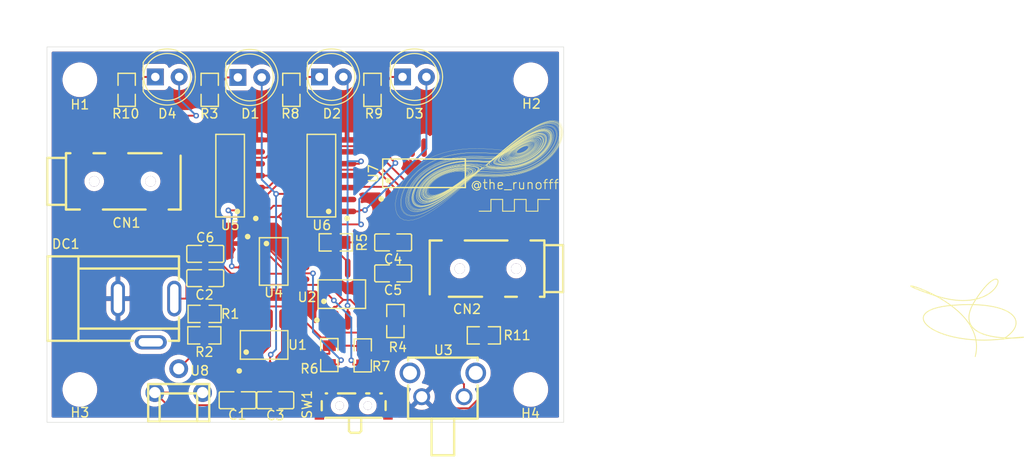
<source format=kicad_pcb>
(kicad_pcb (version 20241229) (generator "pcbnew") (generator_version "9.0")
  (layers (0 "F.Cu" signal) (2 "B.Cu" signal) (13 "F.Paste" user) (15 "B.Paste" user) (5 "F.SilkS" user "F.Silkscreen") (7 "B.SilkS" user "B.Silkscreen") (1 "F.Mask" user) (3 "B.Mask" user) (25 "Edge.Cuts" user))
  (net 0 "")
  (net 2 "Net-(D1-K)")
  (net 3 "out")
  (net 4 "+5V")
  (net 6 "GND")
  (net 7 "dis")
  (net 8 "button")
  (net 9 "dis2")
  (net 10 "twosix")
  (net 11 "five")
  (net 12 "five2")
  (net 15 "Net-(D2-K)")
  (net 16 "out2")
  (net 17 "Net-(D3-K)")
  (net 18 "out3")
  (net 19 "switch")
  (net 20 "switch2")
  (net 25 "five3")
  (net 26 "realout")
  (net 27 "Net-(D4-K)")
  (net 29 "haltbar")
  (net 34 "halt")
  (net 36 "not1")
  (net 37 "and1")
  (net 38 "or1")
  (net 39 "and2")
  (net 53 "Net-(CN2-Pad5)")
  (net 54 "Net-(R2-Pad2)")
  (footprint "easyeda2kicad:R0805" (layer "F.Cu") (at 46.498 30.734)
    (property "Reference" "R11")
    (property "Value" "1k")
  )
  (footprint "easyeda2kicad:R0805" (layer "F.Cu") (at 26.0096 4.572 -90)
    (property "Reference" "R8")
    (property "Value" "220")
  )
  (footprint "easyeda2kicad:C0805" (layer "F.Cu") (at 16.8441 24.638 180)
    (property "Reference" "C2")
    (property "Value" ".1uF")
  )
  (footprint "easyeda2kicad:SOP-14_L8.6-W3.9-P1.27-LS6.0-BL" (layer "F.Cu") (at 40.132 13.462)
    (property "Reference" "U7")
    (property "Value" "XL74LS32")
  )
  (footprint "easyeda2kicad:C0805" (layer "F.Cu") (at 36.846 24.13 180)
    (property "Reference" "C5")
    (property "Value" ".01uF")
  )
  (footprint "LED_THT:LED_D5.0mm" (layer "F.Cu") (at 29.0068 3.2004)
    (property "Reference" "D2")
    (property "Value" "LED")
  )
  (footprint "easyeda2kicad:R0805" (layer "F.Cu") (at 17.3228 4.572 -90)
    (property "Reference" "R3")
    (property "Value" "220")
  )
  (footprint "MountingHole:MountingHole_3.2mm_M3" (layer "F.Cu") (at 3.5 3.5)
    (property "Reference" "H1")
    (property "Value" "MountingHole")
  )
  (footprint "easyeda2kicad:SOIC-8_L4.9-W3.9-P1.27-LS6.0-BL" (layer "F.Cu") (at 24.13 22.86 -90)
    (property "Reference" "U4")
    (property "Value" "NE555D")
  )
  (footprint "LED_THT:LED_D5.0mm" (layer "F.Cu") (at 20.32 3.2512)
    (property "Reference" "D1")
    (property "Value" "LED")
  )
  (footprint "easyeda2kicad:R0805" (layer "F.Cu") (at 34.6456 4.572 -90)
    (property "Reference" "R9")
    (property "Value" "220")
  )
  (footprint "LED_THT:LED_D5.0mm" (layer "F.Cu") (at 37.846 3.2004)
    (property "Reference" "D3")
    (property "Value" "LED")
  )
  (footprint "easyeda2kicad:SOIC-8_L4.9-W3.9-P1.27-LS6.0-BL" (layer "F.Cu") (at 23.114 31.75)
    (property "Reference" "U1")
    (property "Value" "NE555D")
  )
  (footprint "easyeda2kicad:C0805" (layer "F.Cu") (at 36.846 20.828 180)
    (property "Reference" "C4")
    (property "Value" ".1uF")
  )
  (footprint "easyeda2kicad:C0805" (layer "F.Cu") (at 16.8441 22.0472 180)
    (property "Reference" "C6")
    (property "Value" ".01uF")
  )
  (footprint "MountingHole:MountingHole_3.2mm_M3" (layer "F.Cu") (at 51.5 3.5)
    (property "Reference" "H2")
    (property "Value" "MountingHole")
  )
  (footprint "easyeda2kicad:R0805" (layer "F.Cu") (at 33.609 32.8676 90)
    (property "Reference" "R7")
    (property "Value" "1k")
  )
  (footprint "easyeda2kicad:R0805" (layer "F.Cu") (at 30.734 20.828)
    (property "Reference" "R5")
    (property "Value" "1M")
  )
  (footprint "easyeda2kicad:KEY-TH_PTS645VXX83XLFS" (layer "F.Cu") (at 42.1356 36.0032)
    (property "Reference" "U3")
    (property "Value" "TC-6615-9.0-160G")
  )
  (footprint "easyeda2kicad:SOIC-8_L4.9-W3.9-P1.27-LS6.0-BL" (layer "F.Cu") (at 31.3802 26.3398)
    (property "Reference" "U2")
    (property "Value" "NE555D")
  )
  (footprint "easyeda2kicad:SOP-14_L8.6-W3.9-P1.27-LS6.0-BL" (layer "F.Cu") (at 19.494 13.716 90)
    (property "Reference" "U5")
    (property "Value" "XL74LS04")
  )
  (footprint "easyeda2kicad:DC-IN-TH_DC-005-A200" (layer "F.Cu") (at 10.5495 29.143)
    (property "Reference" "DC1")
    (property "Value" "DC-005-A200")
  )
  (footprint "easyeda2kicad:R0805" (layer "F.Cu") (at 37.084 29.21 90)
    (property "Reference" "R4")
    (property "Value" "1k")
  )
  (footprint "easyeda2kicad:RES-ADJ-TH_RM063-103" (layer "F.Cu") (at 14.0208 35.56)
    (property "Reference" "U8")
    (property "Value" "RM063-105(1M)")
  )
  (footprint "easyeda2kicad:AUDIO-SMD_PJ-327A5JJ" (layer "F.Cu") (at 46.3903 23.622 -90)
    (property "Reference" "CN2")
    (property "Value" "PJ-327A 5JJ")
  )
  (footprint "easyeda2kicad:C0805" (layer "F.Cu") (at 24.3039 37.6428)
    (property "Reference" "C3")
    (property "Value" ".01uF")
  )
  (footprint "easyeda2kicad:R0805" (layer "F.Cu") (at 16.78 28.448 180)
    (property "Reference" "R1")
    (property "Value" "1k")
  )
  (footprint "easyeda2kicad:R0805" (layer "F.Cu") (at 16.748 30.734 180)
    (property "Reference" "R2")
    (property "Value" "1k")
  )
  (footprint "easyeda2kicad:R0805" (layer "F.Cu") (at 30.053 32.8328 90)
    (property "Reference" "R6")
    (property "Value" "1k")
  )
  (footprint "easyeda2kicad:C0805" (layer "F.Cu") (at 20.2907 37.6428)
    (property "Reference" "C1")
    (property "Value" "1uF")
  )
  (footprint "easyeda2kicad:R0805" (layer "F.Cu") (at 8.4836 4.572 -90)
    (property "Reference" "R10")
    (property "Value" "220")
  )
  (footprint "LED_THT:LED_D5.0mm" (layer "F.Cu") (at 11.5316 3.2004)
    (property "Reference" "D4")
    (property "Value" "LED")
  )
  (footprint "MountingHole:MountingHole_3.2mm_M3" (layer "F.Cu") (at 51.5 36.5)
    (property "Reference" "H4")
    (property "Value" "MountingHole")
  )
  (footprint "art:Untitled" (layer "F.Cu") (at 45.974 12.954 180)
    (property "Reference" "REF**" (hide yes))
    (property "Value" "Untitled" (hide yes))
  )
  (footprint "easyeda2kicad:AUDIO-SMD_PJ-327A5JJ" (layer "F.Cu") (at 8.5753 14.3256 90)
    (property "Reference" "CN1")
    (property "Value" "PJ-327A 5JJ")
  )
  (footprint "easyeda2kicad:SW-SMD_SSSS811101" (layer "F.Cu") (at 32.6438 37.7665)
    (property "Reference" "SW1")
    (property "Value" "SSSS811101")
  )
  (footprint "easyeda2kicad:SOP-14_L8.6-W3.9-P1.27-LS6.0-BL" (layer "F.Cu") (at 29.21 13.716 90)
    (property "Reference" "U6")
    (property "Value" "XL74LS08")
  )
  (footprint "MountingHole:MountingHole_3.2mm_M3" (layer "F.Cu") (at 3.5 36.5)
    (property "Reference" "H3")
    (property "Value" "MountingHole")
  )
  (gr_curve (pts (xy 101.7972 31.1148) (xy 94.4312 31.9784) (xy 89.9354 28.0668) (xy 96.3362 27.5334)) (stroke (width 0.1)) (layer "F.SilkS"))
  (gr_line (start 46 17.5) (end 47.25 17.5) (stroke (width 0.1)) (layer "F.SilkS"))
  (gr_line (start 52.25 17.5) (end 52.25 16.25) (stroke (width 0.1)) (layer "F.SilkS"))
  (gr_curve (pts (xy 98.8 32.9944) (xy 100.4764 26.5936) (xy 86.4048 23.7996) (xy 94.4312 26.4666)) (stroke (width 0.1)) (layer "F.SilkS"))
  (gr_line (start 47.25 17.5) (end 47.25 16.25) (stroke (width 0.1)) (layer "F.SilkS"))
  (gr_line (start 48.5 16.25) (end 48.5 17.5) (stroke (width 0.1)) (layer "F.SilkS"))
  (gr_curve (pts (xy 94.4312 26.4666) (xy 102.4576 29.1336) (xy 102.6354 21.0056) (xy 98.8 27)) (stroke (width 0.1)) (layer "F.SilkS"))
  (gr_line (start 52.25 16.25) (end 53.5 16.25) (stroke (width 0.1)) (layer "F.SilkS"))
  (gr_curve (pts (xy 98.8 27) (xy 94.9646 32.9944) (xy 109.1632 30.2512) (xy 101.7972 31.1148)) (stroke (width 0.1)) (layer "F.SilkS"))
  (gr_curve (pts (xy 96.3362 27.5334) (xy 102.737 27) (xy 104.7944 29.2352) (xy 101.7972 31.1148)) (stroke (width 0.1)) (layer "F.SilkS"))
  (gr_line (start 48.5 17.5) (end 49.75 17.5) (stroke (width 0.1)) (layer "F.SilkS"))
  (gr_line (start 49.75 16.25) (end 51 16.25) (stroke (width 0.1)) (layer "F.SilkS"))
  (gr_line (start 51 17.5) (end 52.25 17.5) (stroke (width 0.1)) (layer "F.SilkS"))
  (gr_line (start 49.75 17.5) (end 49.75 16.25) (stroke (width 0.1)) (layer "F.SilkS"))
  (gr_line (start 51 16.25) (end 51 17.5) (stroke (width 0.1)) (layer "F.SilkS"))
  (gr_line (start 47.25 16.25) (end 48.5 16.25) (stroke (width 0.1)) (layer "F.SilkS"))
  (gr_rect (start 0 0) (end 55 40) (stroke (width 0.05)) (fill no) (layer "Edge.Cuts"))
  (gr_text "@the_runofff" (at 45 15.25 0) (layer "F.SilkS") (effects (font (size 1 1) (thickness 0.1)) (justify left bottom)))
  (segment (start 20.32 3.2512) (end 19.1183 3.2512) (width 0.2) (layer "F.Cu") (net 2))
  (segment (start 18.7975 3.572) (end 19.1183 3.2512) (width 0.2) (layer "F.Cu") (net 2))
  (segment (start 17.3228 3.572) (end 18.7975 3.572) (width 0.2) (layer "F.Cu") (net 2))
  (segment (start 23.8175 32.7887) (end 23.744 32.8622) (width 0.2) (layer "F.Cu") (net 3))
  (segment (start 23.744 32.8622) (end 23.744 34.52) (width 0.2) (layer "F.Cu") (net 3))
  (segment (start 31.94 16.256) (end 30.6533 16.256) (width 0.2) (layer "F.Cu") (net 3))
  (segment (start 30.6533 16.256) (end 30.0566 15.6593) (width 0.2) (layer "F.Cu") (net 3))
  (segment (start 30.0566 15.6593) (end 24.3849 15.6593) (width 0.2) (layer "F.Cu") (net 3))
  (via (at 24.3849 15.6593) (size 0.6) (drill 0.3) (layers "F.Cu" "B.Cu") (net 3))
  (via (at 23.8175 32.7887) (size 0.6) (drill 0.3) (layers "F.Cu" "B.Cu") (net 3))
  (segment (start 24.3849 32.2213) (end 24.3849 15.6593) (width 0.2) (layer "B.Cu") (net 3))
  (segment (start 23.8175 32.7887) (end 24.3849 32.2213) (width 0.2) (layer "B.Cu") (net 3))
  (segment (start 24.3849 15.6593) (end 22.86 14.1344) (width 0.2) (layer "B.Cu") (net 3))
  (segment (start 22.86 14.1344) (end 22.86 3.2512) (width 0.2) (layer "B.Cu") (net 3))
  (segment (start 17.1322 27.3937) (end 20.9444 27.3937) (width 0.2) (layer "F.Cu") (net 4))
  (segment (start 30.053 31.8328) (end 32.5825 31.8328) (width 0.2) (layer "F.Cu") (net 4))
  (segment (start 30.053 32.6995) (end 25.5078 32.6995) (width 0.2) (layer "F.Cu") (net 4))
  (segment (start 30.7822 27.6969) (end 30.5731 27.6969) (width 0.2) (layer "F.Cu") (net 4))
  (segment (start 33.2802 28.4464) (end 33.2802 28.1147) (width 0.2) (layer "F.Cu") (net 4))
  (segment (start 33.2802 28.1147) (end 35.997 28.1147) (width 0.2) (layer "F.Cu") (net 4))
  (segment (start 15.8441 24.638) (end 14.8374 24.638) (width 0.2) (layer "F.Cu") (net 4))
  (segment (start 16.6467 27.8792) (end 17.1322 27.3937) (width 0.2) (layer "F.Cu") (net 4))
  (segment (start 37.084 28.21) (end 36.0923 28.21) (width 0.2) (layer "F.Cu") (net 4))
  (segment (start 25.8735 27.6533) (end 29.1863 30.9661) (width 0.2) (layer "F.Cu") (net 4))
  (segment (start 29.4702 23.5698) (end 29.4702 24.8965) (width 0.2) (layer "F.Cu") (net 4))
  (segment (start 29.1863 30.9661) (end 30.053 30.9661) (width 0.2) (layer "F.Cu") (net 4))
  (segment (start 21.204 28.98) (end 21.204 27.6533) (width 0.2) (layer "F.Cu") (net 4))
  (segment (start 31.5264 26.9527) (end 29.4702 24.8965) (width 0.2) (layer "F.Cu") (net 4))
  (segment (start 28.6005 21.3238) (end 28.2267 20.95) (width 0.2) (layer "F.Cu") (net 4))
  (segment (start 33.2802 28.1147) (end 33.2802 27.9489) (width 0.2) (layer "F.Cu") (net 4))
  (segment (start 21.204 27.6533) (end 25.8735 27.6533) (width 0.2) (layer "F.Cu") (net 4))
  (segment (start 18.6474 18.1227) (end 18.0507 17.526) (width 0.2) (layer "F.Cu") (net 4))
  (segment (start 35.997 28.1147) (end 36.0923 28.21) (width 0.2) (layer "F.Cu") (net 4))
  (segment (start 32.5825 31.8328) (end 32.6173 31.8676) (width 0.2) (layer "F.Cu") (net 4))
  (segment (start 25.1933 17.526) (end 24.6664 18.0529) (width 0.2) (layer "F.Cu") (net 4))
  (segment (start 26.9 20.95) (end 27.5634 20.95) (width 0.2) (layer "F.Cu") (net 4))
  (segment (start 33.2802 28.4464) (end 33.2802 29.1098) (width 0.2) (layer "F.Cu") (net 4))
  (segment (start 36.322 11.6097) (end 36.322 10.732) (width 0.2) (layer "F.Cu") (net 4))
  (segment (start 16.6467 27.8792) (end 16.6467 28.448) (width 0.2) (layer "F.Cu") (net 4))
  (segment (start 29.4702 22.0835) (end 29.4702 23.5698) (width 0.2) (layer "F.Cu") (net 4))
  (segment (start 13.5495 26.813) (end 14.0754 26.813) (width 0.2) (layer "F.Cu") (net 4))
  (segment (start 33.2802 27.9489) (end 32.284 26.9527) (width 0.2) (layer "F.Cu") (net 4))
  (segment (start 27.5634 20.95) (end 24.6664 18.0529) (width 0.2) (layer "F.Cu") (net 4))
  (segment (start 30.5731 27.6969) (end 30.1102 28.1598) (width 0.2) (layer "F.Cu") (net 4))
  (segment (start 18.0492 17.526) (end 18.0507 17.526) (width 0.2) (layer "F.Cu") (net 4))
  (segment (start 16.764 17.526) (end 17.9499 17.526) (width 0.2) (layer "F.Cu") (net 4))
  (segment (start 15.78 28.448) (end 16.6467 28.448) (width 0.2) (layer "F.Cu") (net 4))
  (segment (start 33.609 31.8676) (end 32.6173 31.8676) (width 0.2) (layer "F.Cu") (net 4))
  (segment (start 27.5634 20.95) (end 28.2267 20.95) (width 0.2) (layer "F.Cu") (net 4))
  (segment (start 29.734 21.3238) (end 28.6005 21.3238) (width 0.2) (layer "F.Cu") (net 4))
  (segment (start 14.8374 26.813) (end 15.5805 26.813) (width 0.2) (layer "F.Cu") (net 4))
  (segment (start 14.0754 26.813) (end 14.8374 26.813) (width 0.2) (layer "F.Cu") (net 4))
  (segment (start 29.734 21.8197) (end 29.4702 22.0835) (width 0.2) (layer "F.Cu") (net 4))
  (segment (start 27.5634 20.95) (end 29.6032 18.9102) (width 0.2) (layer "F.Cu") (net 4))
  (segment (start 29.734 21.3238) (end 29.734 21.8197) (width 0.2) (layer "F.Cu") (net 4))
  (segment (start 26.48 17.526) (end 25.1933 17.526) (width 0.2) (layer "F.Cu") (net 4))
  (segment (start 30.1102 30.9089) (end 30.053 30.9661) (width 0.2) (layer "F.Cu") (net 4))
  (segment (start 30.053 31.8328) (end 30.053 32.6995) (width 0.2) (layer "F.Cu") (net 4))
  (segment (start 30.053 31.8328) (end 30.053 30.9661) (width 0.2) (layer "F.Cu") (net 4))
  (segment (start 29.734 20.828) (end 29.734 21.3238) (width 0.2) (layer "F.Cu") (net 4))
  (segment (start 14.8374 24.638) (end 14.8374 26.813) (width 0.2) (layer "F.Cu") (net 4))
  (segment (start 32.284 26.9527) (end 31.5264 26.9527) (width 0.2) (layer "F.Cu") (net 4))
  (segment (start 24.5966 18.1227) (end 18.6474 18.1227) (width 0.2) (layer "F.Cu") (net 4))
  (segment (start 30.1102 28.1598) (end 30.1102 30.9089) (width 0.2) (layer "F.Cu") (net 4))
  (segment (start 25.5078 32.6995) (end 25.014 33.1933) (width 0.2) (layer "F.Cu") (net 4))
  (segment (start 15.5805 26.813) (end 16.6467 27.8792) (width 0.2) (layer "F.Cu") (net 4))
  (segment (start 37.0852 12.3729) (end 36.322 11.6097) (width 0.2) (layer "F.Cu") (net 4))
  (segment (start 25.014 34.52) (end 25.014 33.1933) (width 0.2) (layer "F.Cu") (net 4))
  (segment (start 20.9444 27.3937) (end 21.204 27.6533) (width 0.2) (layer "F.Cu") (net 4))
  (segment (start 29.6032 18.9102) (end 33.4295 18.9102) (width 0.2) (layer "F.Cu") (net 4))
  (segment (start 17.9499 17.526) (end 18.0492 17.526) (width 0.2) (layer "F.Cu") (net 4))
  (segment (start 31.5264 26.9527) (end 30.7822 27.6969) (width 0.2) (layer "F.Cu") (net 4))
  (segment (start 24.6664 18.0529) (end 24.5966 18.1227) (width 0.2) (layer "F.Cu") (net 4))
  (via (at 33.4295 18.9102) (size 0.6) (drill 0.3) (layers "F.Cu" "B.Cu") (net 4))
  (via (at 37.0852 12.3729) (size 0.6) (drill 0.3) (layers "F.Cu" "B.Cu") (net 4))
  (segment (start 33.4295 18.9102) (end 33.2397 18.7204) (width 0.2) (layer "B.Cu") (net 4))
  (segment (start 33.2397 18.7204) (end 33.2397 16.2184) (width 0.2) (layer "B.Cu") (net 4))
  (segment (start 33.2397 16.2184) (end 37.0852 12.3729) (width 0.2) (layer "B.Cu") (net 4))
  (segment (start 4.7253 18.1256) (end 4.7253 20.0273) (width 0.2) (layer "F.Cu") (net 6))
  (segment (start 29.4702 29.1098) (end 29.4702 27.7831) (width 0.2) (layer "F.Cu") (net 6))
  (segment (start 47.9314 30.734) (end 47.9314 35.4957) (width 0.2) (layer "F.Cu") (net 6))
  (segment (start 5.9105 6.4387) (end 3.7253 8.6239) (width 0.2) (layer "F.Cu") (net 6))
  (segment (start 17.8441 21.6856) (end 17.8441 21.0705) (width 0.2) (layer "F.Cu") (net 6))
  (segment (start 18.5797 20.95) (end 21.36 20.95) (width 0.2) (layer "F.Cu") (net 6))
  (segment (start 47.498 30.734) (end 47.9314 30.734) (width 0.2) (layer "F.Cu") (net 6))
  (segment (start 8.4836 6.4387) (end 5.9105 6.4387) (width 0.2) (layer "F.Cu") (net 6))
  (segment (start 11.7529 23.6613) (end 17.8441 23.6613) (width 0.2) (layer "F.Cu") (net 6))
  (segment (start 33.097 39.2487) (end 30.2527 39.2487) (width 0.2) (layer "F.Cu") (net 6))
  (segment (start 23.5107 9.906) (end 23.5107 5.572) (width 0.2) (layer "F.Cu") (net 6))
  (segment (start 43.942 16.192) (end 43.942 14.9053) (width 0.2) (layer "F.Cu") (net 6))
  (segment (start 20.0471 25.8343) (end 27.5214 25.8343) (width 0.2) (layer "F.Cu") (net 6))
  (segment (start 8.6012 26.813) (end 11.7529 23.6613) (width 0.2) (layer "F.Cu") (net 6))
  (segment (start 11.7529 21.0705) (end 11.7529 23.6613) (width 0.2) (layer "F.Cu") (net 6))
  (segment (start 50.2403 19.822) (end 50.2403 17.9203) (width 0.2) (layer "F.Cu") (net 6))
  (segment (start 51.2403 28.3224) (end 51.2403 27.422) (width 0.2) (layer "F.Cu") (net 6))
  (segment (start 39.8856 37.2732) (end 38.8776 38.2812) (width 0.2) (layer "F.Cu") (net 6))
  (segment (start 17.8441 24.638) (end 17.8441 23.6613) (width 0.2) (layer "F.Cu") (net 6))
  (segment (start 38.227 11.6343) (end 41.498 14.9053) (width 0.2) (layer "F.Cu") (net 6))
  (segment (start 47.9314 35.4957) (end 44.9226 38.5045) (width 0.2) (layer "F.Cu") (net 6))
  (segment (start 30.2527 39.2487) (end 29.5714 38.5674) (width 0.2) (layer "F.Cu") (net 6))
  (segment (start 8.4836 5.572) (end 8.4836 6.0053) (width 0.2) (layer "F.Cu") (net 6))
  (segment (start 46.4098 29.3237) (end 42.8903 25.8042) (width 0.2) (layer "F.Cu") (net 6))
  (segment (start 17.8441 22.0472) (end 17.8441 21.6856) (width 0.2) (layer "F.Cu") (net 6))
  (segment (start 29.5714 38.5674) (end 27.3518 38.5674) (width 0.2) (layer "F.Cu") (net 6))
  (segment (start 25.5733 23.49) (end 23.0333 20.95) (width 0.2) (layer "F.Cu") (net 6))
  (segment (start 34.9132 39.2487) (end 33.097 39.2487) (width 0.2) (layer "F.Cu") (net 6))
  (segment (start 51.2403 29.3222) (end 51.2403 29.3237) (width 0.2) (layer "F.Cu") (net 6))
  (segment (start 3.7253 9.5747) (end 3.7253 10.5256) (width 0.2) (layer "F.Cu") (net 6))
  (segment (start 17.8441 21.6856) (end 18.5797 20.95) (width 0.2) (layer "F.Cu") (net 6))
  (segment (start 36.7868 8.3714) (end 38.227 9.8116) (width 0.2) (layer "F.Cu") (net 6))
  (segment (start 42.8903 25.7313) (end 41.289 24.13) (width 0.2) (layer "F.Cu") (net 6))
  (segment (start 42.8903 25.8042) (end 42.8903 25.7313) (width 0.2) (layer "F.Cu") (net 6))
  (segment (start 27.2997 38.6195) (end 23.3039 38.6195) (width 0.2) (layer "F.Cu") (net 6))
  (segment (start 23.5107 5.572) (end 26.0096 5.572) (width 0.2) (layer "F.Cu") (net 6))
  (segment (start 23.0333 20.95) (end 21.36 20.95) (width 0.2) (layer "F.Cu") (net 6))
  (segment (start 41.289 24.13) (end 37.846 24.13) (width 0.2) (layer "F.Cu") (net 6))
  (segment (start 22.224 9.906) (end 23.5107 9.906) (width 0.2) (layer "F.Cu") (net 6))
  (segment (start 49.83 30.734) (end 51.2403 29.3237) (width 0.2) (layer "F.Cu") (net 6))
  (segment (start 49.7987 17.4787) (end 50.2403 17.9203) (width 0.2) (layer "F.Cu") (net 6))
  (segment (start 21.2907 37.6428) (end 23.3039 37.6428) (width 0.2) (layer "F.Cu") (net 6))
  (segment (start 33.097 37.565) (end 33.097 39.2487) (width 0.2) (layer "F.Cu") (net 6))
  (segment (start 26.0096 5.572) (end 27.0013 5.572) (width 0.2) (layer "F.Cu") (net 6))
  (segment (start 51.2403 29.3222) (end 51.2388 29.3237) (width 0.2) (layer "F.Cu") (net 6))
  (segment (start 41.498 14.9053) (end 43.942 14.9053) (width 0.2) (layer "F.Cu") (net 6))
  (segment (start 21.204 34.52) (end 21.204 35.8467) (width 0.2) (layer "F.Cu") (net 6))
  (segment (start 33.2267 9.7903) (end 34.6456 8.3714) (width 0.2) (layer "F.Cu") (net 6))
  (segment (start 43.942 17.3778) (end 43.942 17.4772) (width 0.2) (layer "F.Cu") (net 6))
  (segment (start 51.2403 28.3224) (end 51.2403 29.2228) (width 0.2) (layer "F.Cu") (net 6))
  (segment (start 27.3518 38.5674) (end 27.2997 38.6195) (width 0.2) (layer "F.Cu") (net 6))
  (segment (start 33.2267 9.906) (end 33.2267 9.7903) (width 0.2) (layer "F.Cu") (net 6))
  (segment (start 33.3938 36.2165) (end 33.3938 37.2682) (width 0.2) (layer "F.Cu") (net 6))
  (segment (start 10.7097 20.0273) (end 11.7529 21.0705) (width 0.2) (layer "F.Cu") (net 6))
  (segment (start 8.9169 5.572) (end 17.3228 5.572) (width 0.2) (layer "F.Cu") (net 6))
  (segment (start 51.2403 22.7237) (end 50.2403 21.7237) (width 0.2) (layer "F.Cu") (net 6))
  (segment (start 4.7253 18.1256) (end 4.7253 16.2239) (width 0.2) (layer "F.Cu") (net 6))
  (segment (start 3.7253 15.2239) (end 4.7253 16.2239) (width 0.2) (layer "F.Cu") (net 6))
  (segment (start 50.2403 19.822) (end 50.2403 21.7237) (width 0.2) (layer "F.Cu") (net 6))
  (segment (start 43.942 17.4772) (end 43.942 17.4787) (width 0.2) (layer "F.Cu") (net 6))
  (segment (start 8.4836 6.0053) (end 8.4836 6.4387) (width 0.2) (layer "F.Cu") (net 6))
  (segment (start 38.8776 38.2812) (end 35.8807 38.2812) (width 0.2) (layer "F.Cu") (net 6))
  (segment (start 31.94 9.906) (end 33.2267 9.906) (width 0.2) (layer "F.Cu") (net 6))
  (segment (start 21.2907 35.9334) (end 21.204 35.8467) (width 0.2) (layer "F.Cu") (net 6))
  (segment (start 18.8508 24.638) (end 20.0471 25.8343) (width 0.2) (layer "F.Cu") (net 6))
  (segment (start 47.9314 30.734) (end 48.3647 30.734) (width 0.2) (layer "F.Cu") (net 6))
  (segment (start 51.2403 29.2228) (end 51.2403 29.3222) (width 0.2) (layer "F.Cu") (net 6))
  (segment (start 23.3039 37.6428) (end 23.3039 38.6195) (width 0.2) (layer "F.Cu") (net 6))
  (segment (start 51.2388 29.3237) (end 46.4098 29.3237) (width 0.2) (layer "F.Cu") (net 6))
  (segment (start 27.5214 25.8343) (end 29.4702 27.7831) (width 0.2) (layer "F.Cu") (net 6))
  (segment (start 44.9226 38.5045) (end 41.1169 38.5045) (width 0.2) (layer "F.Cu") (net 6))
  (segment (start 43.942 16.192) (end 43.942 17.3778) (width 0.2) (layer "F.Cu") (net 6))
  (segment (start 33.3938 37.2682) (end 33.097 37.565) (width 0.2) (layer "F.Cu") (net 6))
  (segment (start 3.7253 9.5747) (end 3.7253 8.6239) (width 0.2) (layer "F.Cu") (net 6))
  (segment (start 3.7253 10.5256) (end 3.7253 15.2239) (width 0.2) (layer "F.Cu") (net 6))
  (segment (start 38.227 9.8116) (end 38.227 11.6343) (width 0.2) (layer "F.Cu") (net 6))
  (segment (start 26.9 23.49) (end 25.5733 23.49) (width 0.2) (layer "F.Cu") (net 6))
  (segment (start 34.6456 6.0053) (end 27.4346 6.0053) (width 0.2) (layer "F.Cu") (net 6))
  (segment (start 21.2907 37.6428) (end 21.2907 35.9334) (width 0.2) (layer "F.Cu") (net 6))
  (segment (start 34.6456 8.3714) (end 34.6456 6.4387) (width 0.2) (layer "F.Cu") (net 6))
  (segment (start 41.1169 38.5045) (end 39.8856 37.2732) (width 0.2) (layer "F.Cu") (net 6))
  (segment (start 27.4346 6.0053) (end 27.0013 5.572) (width 0.2) (layer "F.Cu") (net 6))
  (segment (start 7.5495 26.813) (end 8.6012 26.813) (width 0.2) (layer "F.Cu") (net 6))
  (segment (start 35.8807 38.2812) (end 34.9132 39.2487) (width 0.2) (layer "F.Cu") (net 6))
  (segment (start 34.6456 8.3714) (end 36.7868 8.3714) (width 0.2) (layer "F.Cu") (net 6))
  (segment (start 48.3647 30.734) (end 49.83 30.734) (width 0.2) (layer "F.Cu") (net 6))
  (segment (start 34.6456 5.572) (end 34.6456 6.0053) (width 0.2) (layer "F.Cu") (net 6))
  (segment (start 37.846 20.828) (end 37.846 24.13) (width 0.2) (layer "F.Cu") (net 6))
  (segment (start 51.2403 27.422) (end 51.2403 22.7237) (width 0.2) (layer "F.Cu") (net 6))
  (segment (start 8.4836 6.0053) (end 8.9169 5.572) (width 0.2) (layer "F.Cu") (net 6))
  (segment (start 4.7253 20.0273) (end 10.7097 20.0273) (width 0.2) (layer "F.Cu") (net 6))
  (segment (start 43.942 17.4787) (end 49.7987 17.4787) (width 0.2) (layer "F.Cu") (net 6))
  (segment (start 17.8441 24.638) (end 18.8508 24.638) (width 0.2) (layer "F.Cu") (net 6))
  (segment (start 17.3228 5.572) (end 23.5107 5.572) (width 0.2) (layer "F.Cu") (net 6))
  (segment (start 11.7529 21.0705) (end 17.8441 21.0705) (width 0.2) (layer "F.Cu") (net 6))
  (segment (start 34.6456 6.0053) (end 34.6456 6.4387) (width 0.2) (layer "F.Cu") (net 6))
  (segment (start 17.78 28.448) (end 18.6467 28.448) (width 0.2) (layer "F.Cu") (net 7))
  (segment (start 17.748 30.734) (end 18.6147 30.734) (width 0.2) (layer "F.Cu") (net 7))
  (segment (start 19.042 30.3067) (end 19.042 28.8433) (width 0.2) (layer "F.Cu") (net 7))
  (segment (start 19.042 30.3067) (end 18.6147 30.734) (width 0.2) (layer "F.Cu") (net 7))
  (segment (start 22.484 28.98) (end 22.484 30.3067) (width 0.2) (layer "F.Cu") (net 7))
  (segment (start 22.484 30.3067) (end 19.042 30.3067) (width 0.2) (layer "F.Cu") (net 7))
  (segment (start 19.042 28.8433) (end 18.6467 28.448) (width 0.2) (layer "F.Cu") (net 7))
  (segment (start 37.084 30.21) (end 36.0923 30.21) (width 0.2) (layer "F.Cu") (net 8))
  (segment (start 30.7502 29.1098) (end 30.7502 30.4365) (width 0.2) (layer "F.Cu") (net 8))
  (segment (start 44.3856 35.9383) (end 44.3856 37.2732) (width 0.2) (layer "F.Cu") (net 8))
  (segment (start 36.0923 29.7206) (end 36.1507 29.6622) (width 0.2) (layer "F.Cu") (net 8))
  (segment (start 38.1095 29.6622) (end 44.3856 35.9383) (width 0.2) (layer "F.Cu") (net 8))
  (segment (start 36.0923 30.21) (end 35.8658 30.4365) (width 0.2) (layer "F.Cu") (net 8))
  (segment (start 36.0923 30.21) (end 36.0923 29.7206) (width 0.2) (layer "F.Cu") (net 8))
  (segment (start 36.1507 29.6622) (end 38.1095 29.6622) (width 0.2) (layer "F.Cu") (net 8))
  (segment (start 35.8658 30.4365) (end 30.7502 30.4365) (width 0.2) (layer "F.Cu") (net 8))
  (segment (start 32.0102 20.828) (end 32.0102 22.2431) (width 0.2) (layer "F.Cu") (net 9))
  (segment (start 35.846 20.828) (end 32.0102 20.828) (width 0.2) (layer "F.Cu") (net 9))
  (segment (start 32.0102 22.9064) (end 32.0102 22.2431) (width 0.2) (layer "F.Cu") (net 9))
  (segment (start 32.0102 22.9064) (end 31.3469 22.2431) (width 0.2) (layer "F.Cu") (net 9))
  (segment (start 32.0102 23.5698) (end 32.0102 22.9064) (width 0.2) (layer "F.Cu") (net 9))
  (segment (start 31.3469 22.2431) (end 30.7502 22.2431) (width 0.2) (layer "F.Cu") (net 9))
  (segment (start 30.7502 23.5698) (end 30.7502 22.2431) (width 0.2) (layer "F.Cu") (net 9))
  (segment (start 32.0102 20.828) (end 31.734 20.828) (width 0.2) (layer "F.Cu") (net 9))
  (segment (start 22.484 33.1257) (end 17.7251 33.1257) (width 0.2) (layer "F.Cu") (net 10))
  (segment (start 22.484 33.1257) (end 23.744 31.8657) (width 0.2) (layer "F.Cu") (net 10))
  (segment (start 19.2907 37.6428) (end 18.284 37.6428) (width 0.2) (layer "F.Cu") (net 10))
  (segment (start 17.7251 33.1257) (end 14.0208 36.83) (width 0.2) (layer "F.Cu") (net 10))
  (segment (start 12.8252 38.1744) (end 17.7524 38.1744) (width 0.2) (layer "F.Cu") (net 10))
  (segment (start 17.7524 38.1744) (end 18.284 37.6428) (width 0.2) (layer "F.Cu") (net 10))
  (segment (start 23.744 31.8657) (end 23.744 28.98) (width 0.2) (layer "F.Cu") (net 10))
  (segment (start 14.0208 36.83) (end 11.4808 36.83) (width 0.2) (layer "F.Cu") (net 10))
  (segment (start 11.4808 36.83) (end 12.8252 38.1744) (width 0.2) (layer "F.Cu") (net 10))
  (segment (start 22.484 34.52) (end 22.484 33.1257) (width 0.2) (layer "F.Cu") (net 10))
  (segment (start 24.4172 35.7794) (end 24.4172 33.0399) (width 0.2) (layer "F.Cu") (net 11))
  (segment (start 25.3039 36.6661) (end 24.4172 35.7794) (width 0.2) (layer "F.Cu") (net 11))
  (segment (start 24.4172 33.0399) (end 25.014 32.4431) (width 0.2) (layer "F.Cu") (net 11))
  (segment (start 25.014 32.4431) (end 25.014 30.3067) (width 0.2) (layer "F.Cu") (net 11))
  (segment (start 25.3039 37.6428) (end 25.3039 36.6661) (width 0.2) (layer "F.Cu") (net 11))
  (segment (start 25.014 28.98) (end 25.014 30.3067) (width 0.2) (layer "F.Cu") (net 11))
  (segment (start 33.2802 23.5698) (end 33.2802 24.8965) (width 0.2) (layer "F.Cu") (net 12))
  (segment (start 34.8393 24.13) (end 34.0728 24.8965) (width 0.2) (layer "F.Cu") (net 12))
  (segment (start 34.0728 24.8965) (end 33.2802 24.8965) (width 0.2) (layer "F.Cu") (net 12))
  (segment (start 35.846 24.13) (end 34.8393 24.13) (width 0.2) (layer "F.Cu") (net 12))
  (segment (start 27.4335 3.572) (end 27.8051 3.2004) (width 0.2) (layer "F.Cu") (net 15))
  (segment (start 26.0096 3.572) (end 27.4335 3.572) (width 0.2) (layer "F.Cu") (net 15))
  (segment (start 29.0068 3.2004) (end 27.8051 3.2004) (width 0.2) (layer "F.Cu") (net 15))
  (segment (start 31.94 12.446) (end 33.2267 12.446) (width 0.2) (layer "F.Cu") (net 16))
  (segment (start 33.2267 12.384) (end 33.4277 12.183) (width 0.2) (layer "F.Cu") (net 16))
  (segment (start 31.9954 27.7683) (end 31.9954 27.5612) (width 0.2) (layer "F.Cu") (net 16))
  (segment (start 32.0102 29.1098) (end 32.0102 27.7831) (width 0.2) (layer "F.Cu") (net 16))
  (segment (start 32.0102 27.7831) (end 31.9954 27.7683) (width 0.2) (layer "F.Cu") (net 16))
  (segment (start 33.2267 12.446) (end 33.2267 12.384) (width 0.2) (layer "F.Cu") (net 16))
  (via (at 33.4277 12.183) (size 0.6) (drill 0.3) (layers "F.Cu" "B.Cu") (net 16))
  (via (at 31.9954 27.5612) (size 0.6) (drill 0.3) (layers "F.Cu" "B.Cu") (net 16))
  (segment (start 33.4277 12.183) (end 31.9954 12.183) (width 0.2) (layer "B.Cu") (net 16))
  (segment (start 31.9954 3.649) (end 31.5468 3.2004) (width 0.2) (layer "B.Cu") (net 16))
  (segment (start 31.9954 12.183) (end 31.9954 3.649) (width 0.2) (layer "B.Cu") (net 16))
  (segment (start 31.9954 27.5612) (end 31.9954 12.183) (width 0.2) (layer "B.Cu") (net 16))
  (segment (start 37.846 3.2004) (end 36.6443 3.2004) (width 0.2) (layer "F.Cu") (net 17))
  (segment (start 34.6456 3.572) (end 36.2727 3.572) (width 0.2) (layer "F.Cu") (net 17))
  (segment (start 36.2727 3.572) (end 36.6443 3.2004) (width 0.2) (layer "F.Cu") (net 17))
  (segment (start 33.8443 17.3881) (end 33.3646 17.3881) (width 0.2) (layer "F.Cu") (net 18))
  (segment (start 30.0565 16.9292) (end 30.6533 17.526) (width 0.2) (layer "F.Cu") (net 18))
  (segment (start 23.5107 17.526) (end 24.1075 16.9292) (width 0.2) (layer "F.Cu") (net 18))
  (segment (start 19.3018 17.4142) (end 20.8255 17.4142) (width 0.2) (layer "F.Cu") (net 18))
  (segment (start 19.7882 23.49) (end 19.665 23.3668) (width 0.2) (layer "F.Cu") (net 18))
  (segment (start 21.36 23.49) (end 19.7882 23.49) (width 0.2) (layer "F.Cu") (net 18))
  (segment (start 22.224 17.526) (end 23.5107 17.526) (width 0.2) (layer "F.Cu") (net 18))
  (segment (start 22.224 17.526) (end 20.9373 17.526) (width 0.2) (layer "F.Cu") (net 18))
  (segment (start 31.94 17.526) (end 30.6533 17.526) (width 0.2) (layer "F.Cu") (net 18))
  (segment (start 31.94 17.526) (end 33.2267 17.526) (width 0.2) (layer "F.Cu") (net 18))
  (segment (start 20.8255 17.4142) (end 20.9373 17.526) (width 0.2) (layer "F.Cu") (net 18))
  (segment (start 24.1075 16.9292) (end 30.0565 16.9292) (width 0.2) (layer "F.Cu") (net 18))
  (segment (start 33.3646 17.3881) (end 33.2267 17.526) (width 0.2) (layer "F.Cu") (net 18))
  (via (at 33.8443 17.3881) (size 0.6) (drill 0.3) (layers "F.Cu" "B.Cu") (net 18))
  (via (at 19.665 23.3668) (size 0.6) (drill 0.3) (layers "F.Cu" "B.Cu") (net 18))
  (via (at 19.3018 17.4142) (size 0.6) (drill 0.3) (layers "F.Cu" "B.Cu") (net 18))
  (segment (start 19.665 17.7774) (end 19.3018 17.4142) (width 0.2) (layer "B.Cu") (net 18))
  (segment (start 19.665 23.3668) (end 19.665 17.7774) (width 0.2) (layer "B.Cu") (net 18))
  (segment (start 40.386 10.8464) (end 33.8443 17.3881) (width 0.2) (layer "B.Cu") (net 18))
  (segment (start 40.386 3.2004) (end 40.386 10.8464) (width 0.2) (layer "B.Cu") (net 18))
  (segment (start 31.3007 33.3774) (end 31.0447 33.6334) (width 0.2) (layer "F.Cu") (net 19))
  (segment (start 21.36 22.23) (end 23.6783 22.23) (width 0.2) (layer "F.Cu") (net 19))
  (segment (start 23.6783 22.23) (end 25.5733 24.125) (width 0.2) (layer "F.Cu") (net 19))
  (segment (start 30.3938 35.0403) (end 30.053 34.6995) (width 0.2) (layer "F.Cu") (net 19))
  (segment (start 25.5733 24.125) (end 28.3119 24.125) (width 0.2) (layer "F.Cu") (net 19))
  (segment (start 31.0447 33.6334) (end 31.0447 33.8328) (width 0.2) (layer "F.Cu") (net 19))
  (segment (start 30.3938 35.1648) (end 30.3938 35.0403) (width 0.2) (layer "F.Cu") (net 19))
  (segment (start 30.053 33.8328) (end 30.053 34.6995) (width 0.2) (layer "F.Cu") (net 19))
  (segment (start 30.053 33.8328) (end 31.0447 33.8328) (width 0.2) (layer "F.Cu") (net 19))
  (segment (start 30.3938 36.2165) (end 30.3938 35.1648) (width 0.2) (layer "F.Cu") (net 19))
  (via (at 31.3007 33.3774) (size 0.6) (drill 0.3) (layers "F.Cu" "B.Cu") (net 19))
  (via (at 28.3119 24.125) (size 0.6) (drill 0.3) (layers "F.Cu" "B.Cu") (net 19))
  (segment (start 28.3119 30.3886) (end 31.3007 33.3774) (width 0.2) (layer "B.Cu") (net 19))
  (segment (start 28.3119 24.125) (end 28.3119 30.3886) (width 0.2) (layer "B.Cu") (net 19))
  (segment (start 33.609 33.8676) (end 33.609 34.7343) (width 0.2) (layer "F.Cu") (net 20))
  (segment (start 34.8938 36.2165) (end 34.8938 35.1648) (width 0.2) (layer "F.Cu") (net 20))
  (segment (start 22.6867 24.76) (end 23.2834 25.3567) (width 0.2) (layer "F.Cu") (net 20))
  (segment (start 33.609 34.7343) (end 34.0395 35.1648) (width 0.2) (layer "F.Cu") (net 20))
  (segment (start 32.3887 33.3948) (end 32.6173 33.6234) (width 0.2) (layer "F.Cu") (net 20))
  (segment (start 23.2834 25.3567) (end 28.8851 25.3567) (width 0.2) (layer "F.Cu") (net 20))
  (segment (start 33.609 33.8676) (end 32.6173 33.8676) (width 0.2) (layer "F.Cu") (net 20))
  (segment (start 28.8851 25.3567) (end 30.5374 27.009) (width 0.2) (layer "F.Cu") (net 20))
  (segment (start 32.6173 33.6234) (end 32.6173 33.8676) (width 0.2) (layer "F.Cu") (net 20))
  (segment (start 34.0395 35.1648) (end 34.8938 35.1648) (width 0.2) (layer "F.Cu") (net 20))
  (segment (start 21.36 24.76) (end 22.6867 24.76) (width 0.2) (layer "F.Cu") (net 20))
  (via (at 32.3887 33.3948) (size 0.6) (drill 0.3) (layers "F.Cu" "B.Cu") (net 20))
  (via (at 30.5374 27.009) (size 0.6) (drill 0.3) (layers "F.Cu" "B.Cu") (net 20))
  (segment (start 30.5374 27.009) (end 32.3887 28.8603) (width 0.2) (layer "B.Cu") (net 20))
  (segment (start 32.3887 28.8603) (end 32.3887 33.3948) (width 0.2) (layer "B.Cu") (net 20))
  (segment (start 26.9 24.76) (end 25.5733 24.76) (width 0.2) (layer "F.Cu") (net 25))
  (segment (start 15.8441 22.0472) (end 15.8441 23.0239) (width 0.2) (layer "F.Cu") (net 25))
  (segment (start 19.6107 24.1633) (end 24.9766 24.1633) (width 0.2) (layer "F.Cu") (net 25))
  (segment (start 18.4713 23.0239) (end 19.6107 24.1633) (width 0.2) (layer "F.Cu") (net 25))
  (segment (start 15.8441 23.0239) (end 18.4713 23.0239) (width 0.2) (layer "F.Cu") (net 25))
  (segment (start 24.9766 24.1633) (end 25.5733 24.76) (width 0.2) (layer "F.Cu") (net 25))
  (segment (start 26.48 9.906) (end 25.1933 9.906) (width 0.2) (layer "F.Cu") (net 26))
  (segment (start 15.7188 11.811) (end 15.0831 12.4467) (width 0.2) (layer "F.Cu") (net 26))
  (segment (start 7.4253 11.4764) (end 7.4253 12.4273) (width 0.2) (layer "F.Cu") (net 26))
  (segment (start 11.7253 16.2239) (end 11.2219 16.2239) (width 0.2) (layer "F.Cu") (net 26))
  (segment (start 25.1933 9.906) (end 23.2883 11.811) (width 0.2) (layer "F.Cu") (net 26))
  (segment (start 11.1011 7.3252) (end 15.8792 7.3252) (width 0.2) (layer "F.Cu") (net 26))
  (segment (start 7.4253 11.001) (end 11.1011 7.3252) (width 0.2) (layer "F.Cu") (net 26))
  (segment (start 11.2219 16.2239) (end 7.4253 12.4273) (width 0.2) (layer "F.Cu") (net 26))
  (segment (start 15.0831 12.4467) (end 8.3956 12.4467) (width 0.2) (layer "F.Cu") (net 26))
  (segment (start 8.3956 12.4467) (end 7.4253 11.4764) (width 0.2) (layer "F.Cu") (net 26))
  (segment (start 7.4253 11.001) (end 7.4253 11.4764) (width 0.2) (layer "F.Cu") (net 26))
  (segment (start 23.2883 11.811) (end 15.7188 11.811) (width 0.2) (layer "F.Cu") (net 26))
  (segment (start 7.4253 10.5256) (end 7.4253 11.001) (width 0.2) (layer "F.Cu") (net 26))
  (segment (start 11.7253 18.1256) (end 11.7253 16.2239) (width 0.2) (layer "F.Cu") (net 26))
  (via (at 15.8792 7.3252) (size 0.6) (drill 0.3) (layers "F.Cu" "B.Cu") (net 26))
  (segment (start 15.8792 7.3252) (end 14.0716 5.5176) (width 0.2) (layer "B.Cu") (net 26))
  (segment (start 14.0716 5.5176) (end 14.0716 3.2004) (width 0.2) (layer "B.Cu") (net 26))
  (segment (start 9.9583 3.572) (end 10.3299 3.2004) (width 0.2) (layer "F.Cu") (net 27))
  (segment (start 8.4836 3.572) (end 9.9583 3.572) (width 0.2) (layer "F.Cu") (net 27))
  (segment (start 11.5316 3.2004) (end 10.3299 3.2004) (width 0.2) (layer "F.Cu") (net 27))
  (segment (start 26.48 12.446) (end 25.1933 12.446) (width 0.2) (layer "F.Cu") (net 29))
  (segment (start 23.9233 13.716) (end 22.224 13.716) (width 0.2) (layer "F.Cu") (net 29))
  (segment (start 25.1933 12.446) (end 23.9233 13.716) (width 0.2) (layer "F.Cu") (net 29))
  (segment (start 43.2403 19.822) (end 43.2403 17.9203) (width 0.2) (layer "F.Cu") (net 34))
  (segment (start 47.5403 27.422) (end 47.5403 25.5203) (width 0.2) (layer "F.Cu") (net 34))
  (segment (start 36.957 14.963) (end 36.957 17.1421) (width 0.2) (layer "F.Cu") (net 34))
  (segment (start 36.957 17.1421) (end 37.7352 17.9203) (width 0.2) (layer "F.Cu") (net 34))
  (segment (start 35.075 13.081) (end 36.957 14.963) (width 0.2) (layer "F.Cu") (net 34))
  (segment (start 22.224 14.986) (end 23.5107 14.986) (width 0.2) (layer "F.Cu") (net 34))
  (segment (start 43.7437 21.7237) (end 47.5403 25.5203) (width 0.2) (layer "F.Cu") (net 34))
  (segment (start 43.2403 19.822) (end 43.2403 21.7237) (width 0.2) (layer "F.Cu") (net 34))
  (segment (start 37.7352 17.9203) (end 43.2403 17.9203) (width 0.2) (layer "F.Cu") (net 34))
  (segment (start 25.4157 13.081) (end 35.075 13.081) (width 0.2) (layer "F.Cu") (net 34))
  (segment (start 23.5107 14.986) (end 25.4157 13.081) (width 0.2) (layer "F.Cu") (net 34))
  (segment (start 43.2403 21.7237) (end 43.7437 21.7237) (width 0.2) (layer "F.Cu") (net 34))
  (segment (start 24.8766 14.3127) (end 30.0566 14.3127) (width 0.2) (layer "F.Cu") (net 36))
  (segment (start 31.94 13.716) (end 30.6533 13.716) (width 0.2) (layer "F.Cu") (net 36))
  (segment (start 30.0566 14.3127) (end 30.6533 13.716) (width 0.2) (layer "F.Cu") (net 36))
  (segment (start 23.5107 15.6786) (end 24.8766 14.3127) (width 0.2) (layer "F.Cu") (net 36))
  (segment (start 22.224 16.256) (end 23.5107 16.256) (width 0.2) (layer "F.Cu") (net 36))
  (segment (start 23.5107 16.256) (end 23.5107 15.6786) (width 0.2) (layer "F.Cu") (net 36))
  (segment (start 36.322 16.192) (end 36.322 14.9053) (width 0.2) (layer "F.Cu") (net 37))
  (segment (start 33.3074 14.9053) (end 36.322 14.9053) (width 0.2) (layer "F.Cu") (net 37))
  (segment (start 33.2267 14.986) (end 33.3074 14.9053) (width 0.2) (layer "F.Cu") (net 37))
  (segment (start 31.94 14.986) (end 33.2267 14.986) (width 0.2) (layer "F.Cu") (net 37))
  (segment (start 27.7667 11.176) (end 28.3635 10.5792) (width 0.2) (layer "F.Cu") (net 38))
  (segment (start 26.48 11.176) (end 27.7667 11.176) (width 0.2) (layer "F.Cu") (net 38))
  (segment (start 28.3635 10.5792) (end 34.4407 10.5792) (width 0.2) (layer "F.Cu") (net 38))
  (segment (start 34.4407 10.5792) (end 38.7668 14.9053) (width 0.2) (layer "F.Cu") (net 38))
  (segment (start 38.862 16.192) (end 38.862 14.9053) (width 0.2) (layer "F.Cu") (net 38))
  (segment (start 38.7668 14.9053) (end 38.862 14.9053) (width 0.2) (layer "F.Cu") (net 38))
  (segment (start 37.592 16.192) (end 37.592 14.9053) (width 0.2) (layer "F.Cu") (net 39))
  (segment (start 33.8627 11.176) (end 37.592 14.9053) (width 0.2) (layer "F.Cu") (net 39))
  (segment (start 31.94 11.176) (end 33.8627 11.176) (width 0.2) (layer "F.Cu") (net 39))
  (segment (start 45.498 30.734) (end 44.6313 30.734) (width 0.2) (layer "F.Cu") (net 53))
  (segment (start 41.5403 27.422) (end 41.5403 29.3237) (width 0.2) (layer "F.Cu") (net 53))
  (segment (start 41.5403 29.3237) (end 43.221 29.3237) (width 0.2) (layer "F.Cu") (net 53))
  (segment (start 43.221 29.3237) (end 44.6313 30.734) (width 0.2) (layer "F.Cu") (net 53))
  (segment (start 14.0208 34.29) (end 15.748 32.5628) (width 0.2) (layer "F.Cu") (net 54))
  (segment (start 15.748 32.5628) (end 15.748 30.734) (width 0.2) (layer "F.Cu") (net 54))
  (zone (net 6) (net_name "GND") (layers "F.Cu" "B.Cu") (connect_pads (clearance 0.5)) (min_thickness 0.25) (fill yes (thermal_gap 0.5) (thermal_bridge_width 0.5))
    (polygon (pts (xy 60 -5) (xy 60 45) (xy -5 45) (xy -5 -5)))
  )
)
</source>
